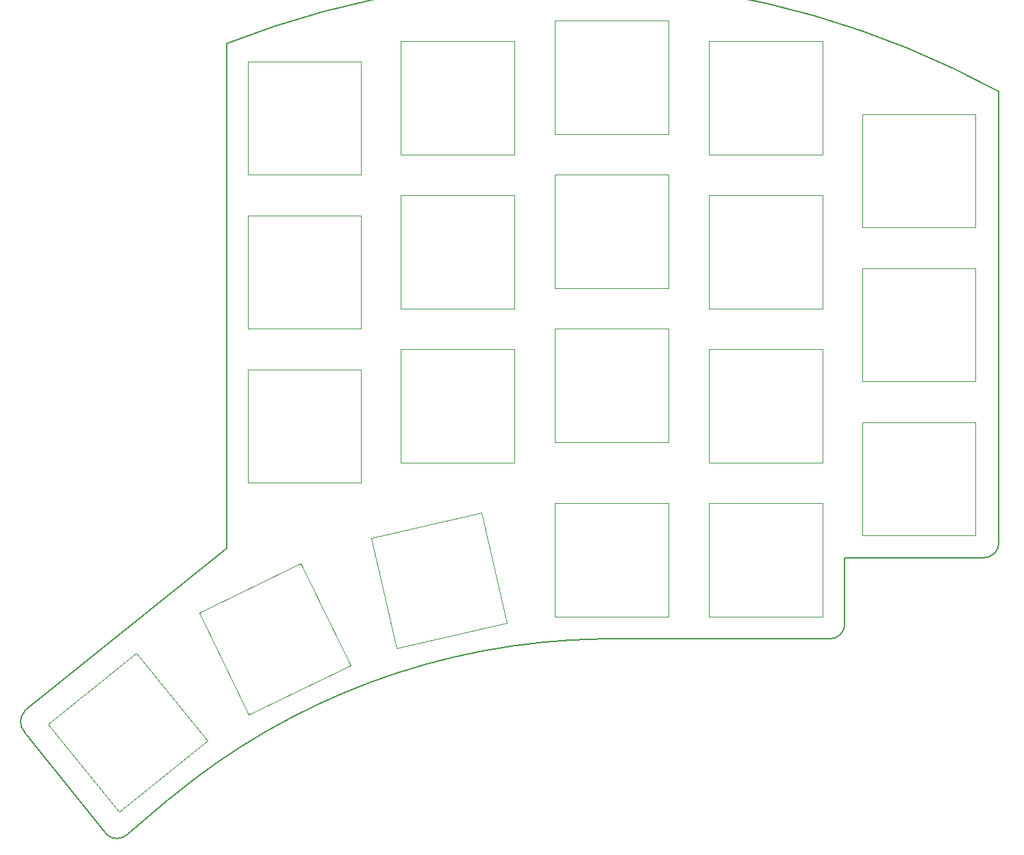
<source format=gm1>
G04 #@! TF.GenerationSoftware,KiCad,Pcbnew,5.1.8*
G04 #@! TF.CreationDate,2020-12-01T11:37:34+01:00*
G04 #@! TF.ProjectId,puggle-plate-top,70756767-6c65-42d7-906c-6174652d746f,rev?*
G04 #@! TF.SameCoordinates,Original*
G04 #@! TF.FileFunction,Profile,NP*
%FSLAX46Y46*%
G04 Gerber Fmt 4.6, Leading zero omitted, Abs format (unit mm)*
G04 Created by KiCad (PCBNEW 5.1.8) date 2020-12-01 11:37:34*
%MOMM*%
%LPD*%
G01*
G04 APERTURE LIST*
G04 #@! TA.AperFunction,Profile*
%ADD10C,0.150000*%
G04 #@! TD*
G04 #@! TA.AperFunction,Profile*
%ADD11C,0.100000*%
G04 #@! TD*
G04 APERTURE END LIST*
D10*
X110883323Y-103251000D02*
X85979000Y-123317000D01*
D11*
X88848365Y-124963599D02*
X99726757Y-116154451D01*
X97659118Y-135843973D02*
X88848365Y-124963599D01*
X99726757Y-116154451D02*
X108537510Y-127034825D01*
X108537510Y-127034825D02*
X97659118Y-135843973D01*
X107494643Y-111218595D02*
X120075850Y-105082331D01*
X113632025Y-123802094D02*
X107494643Y-111218595D01*
X120075850Y-105082331D02*
X126213232Y-117665829D01*
X126213232Y-117665829D02*
X113632025Y-123802094D01*
X128779677Y-101956833D02*
X142418788Y-98807996D01*
X131929088Y-115598428D02*
X128779677Y-101956833D01*
X142418788Y-98807996D02*
X145568198Y-112449592D01*
X145568198Y-112449592D02*
X131929088Y-115598428D01*
X165508875Y-97663000D02*
X165508875Y-111663425D01*
X151511000Y-97663000D02*
X165508875Y-97663000D01*
X165508875Y-111663425D02*
X151511000Y-111663425D01*
X151511000Y-111663425D02*
X151511000Y-97663000D01*
X184558875Y-97663000D02*
X184558875Y-111663425D01*
X170561000Y-111663425D02*
X170561000Y-97663000D01*
X170561000Y-97663000D02*
X184558875Y-97663000D01*
X184558875Y-111663425D02*
X170561000Y-111663425D01*
X189484000Y-87630000D02*
X203481875Y-87630000D01*
X189484000Y-101630425D02*
X189484000Y-87630000D01*
X127535875Y-81121250D02*
X127535875Y-95121675D01*
X127535875Y-95121675D02*
X113538000Y-95121675D01*
X113538000Y-81121250D02*
X127535875Y-81121250D01*
X113538000Y-95121675D02*
X113538000Y-81121250D01*
X146458875Y-78613000D02*
X146458875Y-92613425D01*
X146458875Y-92613425D02*
X132461000Y-92613425D01*
X132461000Y-78613000D02*
X146458875Y-78613000D01*
X132461000Y-92613425D02*
X132461000Y-78613000D01*
X165508875Y-76073000D02*
X165508875Y-90073425D01*
X165508875Y-90073425D02*
X151511000Y-90073425D01*
X151511000Y-76073000D02*
X165508875Y-76073000D01*
X151511000Y-90073425D02*
X151511000Y-76073000D01*
X184558875Y-78613000D02*
X184558875Y-92613425D01*
X203481875Y-101630425D02*
X189484000Y-101630425D01*
X170561000Y-92613425D02*
X170561000Y-78613000D01*
X203481875Y-87630000D02*
X203481875Y-101630425D01*
X170561000Y-78613000D02*
X184558875Y-78613000D01*
X184558875Y-92613425D02*
X170561000Y-92613425D01*
X189484000Y-68580000D02*
X203481875Y-68580000D01*
X189484000Y-82580425D02*
X189484000Y-68580000D01*
X127535875Y-62071250D02*
X127535875Y-76071675D01*
X127535875Y-76071675D02*
X113538000Y-76071675D01*
X113538000Y-62071250D02*
X127535875Y-62071250D01*
X113538000Y-76071675D02*
X113538000Y-62071250D01*
X146458875Y-59563000D02*
X146458875Y-73563425D01*
X146458875Y-73563425D02*
X132461000Y-73563425D01*
X132461000Y-59563000D02*
X146458875Y-59563000D01*
X132461000Y-73563425D02*
X132461000Y-59563000D01*
X165508875Y-57023000D02*
X165508875Y-71023425D01*
X165508875Y-71023425D02*
X151511000Y-71023425D01*
X151511000Y-57023000D02*
X165508875Y-57023000D01*
X151511000Y-71023425D02*
X151511000Y-57023000D01*
X184558875Y-59563000D02*
X184558875Y-73563425D01*
X203481875Y-82580425D02*
X189484000Y-82580425D01*
X170561000Y-73563425D02*
X170561000Y-59563000D01*
X203481875Y-68580000D02*
X203481875Y-82580425D01*
X170561000Y-59563000D02*
X184558875Y-59563000D01*
X184558875Y-73563425D02*
X170561000Y-73563425D01*
X189484000Y-63530425D02*
X189484000Y-49530000D01*
X189484000Y-49530000D02*
X203481875Y-49530000D01*
X203481875Y-63530425D02*
X189484000Y-63530425D01*
X203481875Y-49530000D02*
X203481875Y-63530425D01*
X170561000Y-54513425D02*
X170561000Y-40513000D01*
X170561000Y-40513000D02*
X184558875Y-40513000D01*
X184558875Y-54513425D02*
X170561000Y-54513425D01*
X184558875Y-40513000D02*
X184558875Y-54513425D01*
X151511000Y-51973425D02*
X151511000Y-37973000D01*
X151511000Y-37973000D02*
X165508875Y-37973000D01*
X165508875Y-51973425D02*
X151511000Y-51973425D01*
X165508875Y-37973000D02*
X165508875Y-51973425D01*
X132461000Y-54513425D02*
X132461000Y-40513000D01*
X132461000Y-40513000D02*
X146458875Y-40513000D01*
X146458875Y-54513425D02*
X132461000Y-54513425D01*
X146458875Y-40513000D02*
X146458875Y-54513425D01*
X113538000Y-57021675D02*
X113538000Y-43021250D01*
X113538000Y-43021250D02*
X127535875Y-43021250D01*
X127535875Y-57021675D02*
X113538000Y-57021675D01*
X127535875Y-43021250D02*
X127535875Y-57021675D01*
D10*
X103910062Y-134140931D02*
X98706076Y-138557000D01*
X85979000Y-126011076D02*
X96012000Y-138557000D01*
X85979000Y-126011076D02*
G75*
G02*
X85979000Y-123317000I1347038J1347038D01*
G01*
X206375000Y-102489000D02*
X206375000Y-46736000D01*
X98706076Y-138557000D02*
G75*
G02*
X96012000Y-138557000I-1347038J1347038D01*
G01*
X185420000Y-114427000D02*
X156972000Y-114427000D01*
X187325000Y-112522000D02*
X187325000Y-104394000D01*
X204470000Y-104394000D02*
X187325000Y-104394000D01*
X206375000Y-102489000D02*
G75*
G02*
X204470000Y-104394000I-1905000J0D01*
G01*
X187325000Y-112522000D02*
G75*
G02*
X185420000Y-114427000I-1905000J0D01*
G01*
X110883323Y-40798260D02*
X110883323Y-103251000D01*
X110883323Y-40798261D02*
G75*
G02*
X206375000Y-46736000I41400217J-105020165D01*
G01*
X103910062Y-134140931D02*
G75*
G02*
X156972000Y-114427000I54569090J-65610329D01*
G01*
M02*

</source>
